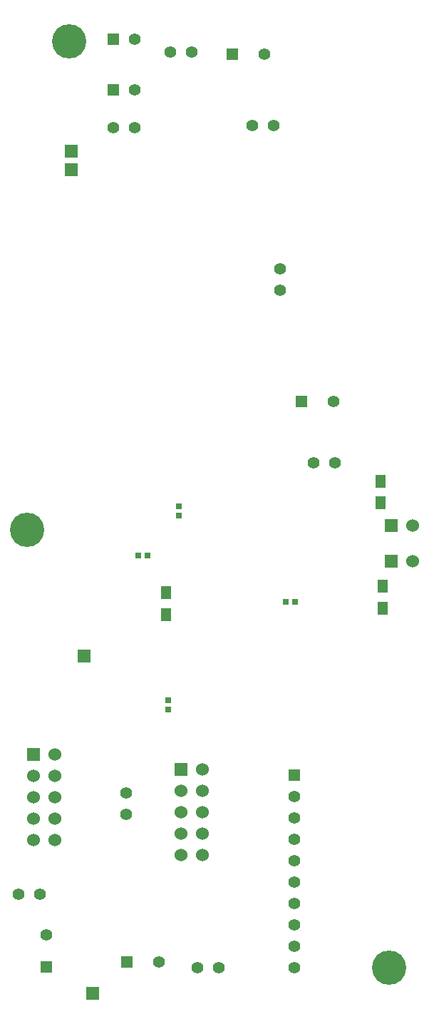
<source format=gbs>
G04 (created by PCBNEW (22-Jun-2014 BZR 4027)-stable) date Tue Mar 31 03:02:01 2015*
%MOIN*%
G04 Gerber Fmt 3.4, Leading zero omitted, Abs format*
%FSLAX34Y34*%
G01*
G70*
G90*
G04 APERTURE LIST*
%ADD10C,0.00590551*%
%ADD11R,0.0472X0.0591*%
%ADD12R,0.06X0.06*%
%ADD13C,0.06*%
%ADD14R,0.0590551X0.0590551*%
%ADD15R,0.0275X0.0315*%
%ADD16R,0.0315X0.0275*%
%ADD17C,0.055*%
%ADD18R,0.055X0.055*%
%ADD19C,0.16*%
G04 APERTURE END LIST*
G54D10*
G54D11*
X70866Y-28661D03*
X70866Y-27637D03*
X70964Y-33582D03*
X70964Y-32558D03*
G54D12*
X71350Y-31397D03*
G54D13*
X72350Y-31397D03*
G54D14*
X56397Y-13090D03*
G54D12*
X57381Y-51574D03*
G54D15*
X60925Y-37874D03*
X60925Y-38306D03*
G54D16*
X59528Y-31102D03*
X59960Y-31102D03*
G54D15*
X61417Y-28819D03*
X61417Y-29251D03*
G54D16*
X66417Y-33267D03*
X66849Y-33267D03*
G54D11*
X60826Y-33878D03*
X60826Y-32854D03*
G54D17*
X63295Y-50393D03*
X62295Y-50393D03*
X62015Y-7578D03*
X61015Y-7578D03*
X66141Y-18708D03*
X66141Y-17708D03*
G54D12*
X61507Y-41110D03*
G54D13*
X62507Y-41110D03*
X61507Y-42110D03*
X62507Y-42110D03*
X61507Y-43110D03*
X62507Y-43110D03*
X61507Y-44110D03*
X62507Y-44110D03*
X61507Y-45110D03*
X62507Y-45110D03*
G54D12*
X54618Y-40421D03*
G54D13*
X55618Y-40421D03*
X54618Y-41421D03*
X55618Y-41421D03*
X54618Y-42421D03*
X55618Y-42421D03*
X54618Y-43421D03*
X55618Y-43421D03*
X54618Y-44421D03*
X55618Y-44421D03*
G54D14*
X56397Y-12204D03*
G54D18*
X63915Y-7677D03*
G54D17*
X65415Y-7677D03*
X64854Y-11023D03*
X65854Y-11023D03*
X67708Y-26771D03*
X68708Y-26771D03*
G54D18*
X67163Y-23917D03*
G54D17*
X68663Y-23917D03*
G54D12*
X56988Y-35826D03*
G54D17*
X58956Y-43216D03*
X58956Y-42216D03*
G54D18*
X58994Y-50098D03*
G54D17*
X60494Y-50098D03*
G54D18*
X55216Y-50356D03*
G54D17*
X55216Y-48856D03*
X53929Y-46948D03*
X54929Y-46948D03*
G54D18*
X66830Y-41366D03*
G54D17*
X66830Y-42366D03*
X66830Y-43366D03*
X66830Y-44366D03*
X66830Y-45366D03*
X66830Y-46366D03*
X66830Y-47366D03*
X66830Y-48366D03*
X66830Y-49366D03*
X66830Y-50366D03*
G54D18*
X58358Y-6988D03*
G54D17*
X59358Y-6988D03*
G54D18*
X58358Y-9350D03*
G54D17*
X59358Y-9350D03*
X58358Y-11122D03*
X59358Y-11122D03*
G54D12*
X71350Y-29724D03*
G54D13*
X72350Y-29724D03*
G54D19*
X56299Y-7086D03*
X54330Y-29921D03*
X71259Y-50393D03*
M02*

</source>
